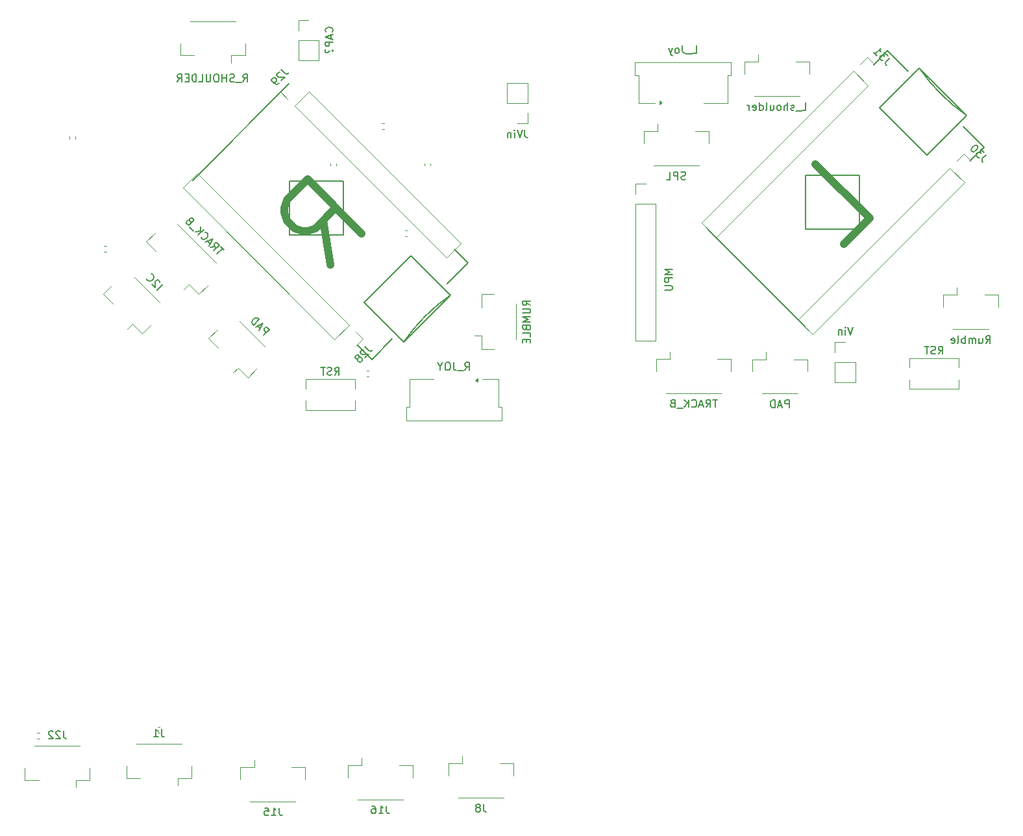
<source format=gbr>
%TF.GenerationSoftware,KiCad,Pcbnew,9.0.4*%
%TF.CreationDate,2026-01-28T15:51:58-05:00*%
%TF.ProjectId,contProto,636f6e74-5072-46f7-946f-2e6b69636164,rev?*%
%TF.SameCoordinates,Original*%
%TF.FileFunction,Legend,Bot*%
%TF.FilePolarity,Positive*%
%FSLAX46Y46*%
G04 Gerber Fmt 4.6, Leading zero omitted, Abs format (unit mm)*
G04 Created by KiCad (PCBNEW 9.0.4) date 2026-01-28 15:51:58*
%MOMM*%
%LPD*%
G01*
G04 APERTURE LIST*
%ADD10C,1.000000*%
%ADD11C,0.150000*%
%ADD12C,0.120000*%
%ADD13C,0.203200*%
G04 APERTURE END LIST*
D10*
X130095472Y-53613830D02*
X133462647Y-50246655D01*
X133462647Y-50246655D02*
X126391579Y-43175587D01*
X63158467Y-56287265D02*
X62148314Y-50563067D01*
X67199077Y-52246655D02*
X60128009Y-45175587D01*
X60128009Y-45175587D02*
X57434269Y-47869327D01*
X57434269Y-47869327D02*
X57097552Y-48879480D01*
X57097552Y-48879480D02*
X57097552Y-49552915D01*
X57097552Y-49552915D02*
X57434269Y-50563067D01*
X57434269Y-50563067D02*
X58444422Y-51573220D01*
X58444422Y-51573220D02*
X59454574Y-51909937D01*
X59454574Y-51909937D02*
X60128009Y-51909937D01*
X60128009Y-51909937D02*
X61138162Y-51573220D01*
X61138162Y-51573220D02*
X63831902Y-48879480D01*
D11*
X131298808Y-64434819D02*
X130965475Y-65434819D01*
X130965475Y-65434819D02*
X130632142Y-64434819D01*
X130298808Y-65434819D02*
X130298808Y-64768152D01*
X130298808Y-64434819D02*
X130346427Y-64482438D01*
X130346427Y-64482438D02*
X130298808Y-64530057D01*
X130298808Y-64530057D02*
X130251189Y-64482438D01*
X130251189Y-64482438D02*
X130298808Y-64434819D01*
X130298808Y-64434819D02*
X130298808Y-64530057D01*
X129822618Y-64768152D02*
X129822618Y-65434819D01*
X129822618Y-64863390D02*
X129774999Y-64815771D01*
X129774999Y-64815771D02*
X129679761Y-64768152D01*
X129679761Y-64768152D02*
X129536904Y-64768152D01*
X129536904Y-64768152D02*
X129441666Y-64815771D01*
X129441666Y-64815771D02*
X129394047Y-64911009D01*
X129394047Y-64911009D02*
X129394047Y-65434819D01*
X136081067Y-29313771D02*
X135575991Y-29818847D01*
X135575991Y-29818847D02*
X135508647Y-29953534D01*
X135508647Y-29953534D02*
X135508647Y-30088221D01*
X135508647Y-30088221D02*
X135575991Y-30222908D01*
X135575991Y-30222908D02*
X135643334Y-30290252D01*
X135811693Y-29044397D02*
X135373960Y-28606664D01*
X135373960Y-28606664D02*
X135340288Y-29111740D01*
X135340288Y-29111740D02*
X135239273Y-29010725D01*
X135239273Y-29010725D02*
X135138258Y-28977053D01*
X135138258Y-28977053D02*
X135070914Y-28977053D01*
X135070914Y-28977053D02*
X134969899Y-29010725D01*
X134969899Y-29010725D02*
X134801540Y-29179084D01*
X134801540Y-29179084D02*
X134767869Y-29280099D01*
X134767869Y-29280099D02*
X134767869Y-29347442D01*
X134767869Y-29347442D02*
X134801540Y-29448458D01*
X134801540Y-29448458D02*
X135003571Y-29650488D01*
X135003571Y-29650488D02*
X135104586Y-29684160D01*
X135104586Y-29684160D02*
X135171930Y-29684160D01*
X133993418Y-28640336D02*
X134397479Y-29044397D01*
X134195449Y-28842366D02*
X134902556Y-28135259D01*
X134902556Y-28135259D02*
X134868884Y-28303618D01*
X134868884Y-28303618D02*
X134868884Y-28438305D01*
X134868884Y-28438305D02*
X134902556Y-28539320D01*
X148673169Y-41971669D02*
X148168093Y-42476745D01*
X148168093Y-42476745D02*
X148100749Y-42611432D01*
X148100749Y-42611432D02*
X148100749Y-42746119D01*
X148100749Y-42746119D02*
X148168093Y-42880806D01*
X148168093Y-42880806D02*
X148235436Y-42948150D01*
X148403795Y-41702295D02*
X147966062Y-41264562D01*
X147966062Y-41264562D02*
X147932390Y-41769638D01*
X147932390Y-41769638D02*
X147831375Y-41668623D01*
X147831375Y-41668623D02*
X147730360Y-41634951D01*
X147730360Y-41634951D02*
X147663016Y-41634951D01*
X147663016Y-41634951D02*
X147562001Y-41668623D01*
X147562001Y-41668623D02*
X147393642Y-41836982D01*
X147393642Y-41836982D02*
X147359971Y-41937997D01*
X147359971Y-41937997D02*
X147359971Y-42005340D01*
X147359971Y-42005340D02*
X147393642Y-42106356D01*
X147393642Y-42106356D02*
X147595673Y-42308386D01*
X147595673Y-42308386D02*
X147696688Y-42342058D01*
X147696688Y-42342058D02*
X147764032Y-42342058D01*
X147528329Y-40826829D02*
X147460986Y-40759486D01*
X147460986Y-40759486D02*
X147359971Y-40725814D01*
X147359971Y-40725814D02*
X147292627Y-40725814D01*
X147292627Y-40725814D02*
X147191612Y-40759486D01*
X147191612Y-40759486D02*
X147023253Y-40860501D01*
X147023253Y-40860501D02*
X146854894Y-41028860D01*
X146854894Y-41028860D02*
X146753879Y-41197218D01*
X146753879Y-41197218D02*
X146720207Y-41298234D01*
X146720207Y-41298234D02*
X146720207Y-41365577D01*
X146720207Y-41365577D02*
X146753879Y-41466592D01*
X146753879Y-41466592D02*
X146821223Y-41533936D01*
X146821223Y-41533936D02*
X146922238Y-41567608D01*
X146922238Y-41567608D02*
X146989581Y-41567608D01*
X146989581Y-41567608D02*
X147090597Y-41533936D01*
X147090597Y-41533936D02*
X147258955Y-41432921D01*
X147258955Y-41432921D02*
X147427314Y-41264562D01*
X147427314Y-41264562D02*
X147528329Y-41096203D01*
X147528329Y-41096203D02*
X147562001Y-40995188D01*
X147562001Y-40995188D02*
X147562001Y-40927844D01*
X147562001Y-40927844D02*
X147528329Y-40826829D01*
X113595237Y-73904819D02*
X113023809Y-73904819D01*
X113309523Y-74904819D02*
X113309523Y-73904819D01*
X112119047Y-74904819D02*
X112452380Y-74428628D01*
X112690475Y-74904819D02*
X112690475Y-73904819D01*
X112690475Y-73904819D02*
X112309523Y-73904819D01*
X112309523Y-73904819D02*
X112214285Y-73952438D01*
X112214285Y-73952438D02*
X112166666Y-74000057D01*
X112166666Y-74000057D02*
X112119047Y-74095295D01*
X112119047Y-74095295D02*
X112119047Y-74238152D01*
X112119047Y-74238152D02*
X112166666Y-74333390D01*
X112166666Y-74333390D02*
X112214285Y-74381009D01*
X112214285Y-74381009D02*
X112309523Y-74428628D01*
X112309523Y-74428628D02*
X112690475Y-74428628D01*
X111738094Y-74619104D02*
X111261904Y-74619104D01*
X111833332Y-74904819D02*
X111499999Y-73904819D01*
X111499999Y-73904819D02*
X111166666Y-74904819D01*
X110261904Y-74809580D02*
X110309523Y-74857200D01*
X110309523Y-74857200D02*
X110452380Y-74904819D01*
X110452380Y-74904819D02*
X110547618Y-74904819D01*
X110547618Y-74904819D02*
X110690475Y-74857200D01*
X110690475Y-74857200D02*
X110785713Y-74761961D01*
X110785713Y-74761961D02*
X110833332Y-74666723D01*
X110833332Y-74666723D02*
X110880951Y-74476247D01*
X110880951Y-74476247D02*
X110880951Y-74333390D01*
X110880951Y-74333390D02*
X110833332Y-74142914D01*
X110833332Y-74142914D02*
X110785713Y-74047676D01*
X110785713Y-74047676D02*
X110690475Y-73952438D01*
X110690475Y-73952438D02*
X110547618Y-73904819D01*
X110547618Y-73904819D02*
X110452380Y-73904819D01*
X110452380Y-73904819D02*
X110309523Y-73952438D01*
X110309523Y-73952438D02*
X110261904Y-74000057D01*
X109833332Y-74904819D02*
X109833332Y-73904819D01*
X109261904Y-74904819D02*
X109690475Y-74333390D01*
X109261904Y-73904819D02*
X109833332Y-74476247D01*
X109071428Y-75000057D02*
X108309523Y-75000057D01*
X107738094Y-74381009D02*
X107595237Y-74428628D01*
X107595237Y-74428628D02*
X107547618Y-74476247D01*
X107547618Y-74476247D02*
X107499999Y-74571485D01*
X107499999Y-74571485D02*
X107499999Y-74714342D01*
X107499999Y-74714342D02*
X107547618Y-74809580D01*
X107547618Y-74809580D02*
X107595237Y-74857200D01*
X107595237Y-74857200D02*
X107690475Y-74904819D01*
X107690475Y-74904819D02*
X108071427Y-74904819D01*
X108071427Y-74904819D02*
X108071427Y-73904819D01*
X108071427Y-73904819D02*
X107738094Y-73904819D01*
X107738094Y-73904819D02*
X107642856Y-73952438D01*
X107642856Y-73952438D02*
X107595237Y-74000057D01*
X107595237Y-74000057D02*
X107547618Y-74095295D01*
X107547618Y-74095295D02*
X107547618Y-74190533D01*
X107547618Y-74190533D02*
X107595237Y-74285771D01*
X107595237Y-74285771D02*
X107642856Y-74333390D01*
X107642856Y-74333390D02*
X107738094Y-74381009D01*
X107738094Y-74381009D02*
X108071427Y-74381009D01*
X148602381Y-66554819D02*
X148935714Y-66078628D01*
X149173809Y-66554819D02*
X149173809Y-65554819D01*
X149173809Y-65554819D02*
X148792857Y-65554819D01*
X148792857Y-65554819D02*
X148697619Y-65602438D01*
X148697619Y-65602438D02*
X148650000Y-65650057D01*
X148650000Y-65650057D02*
X148602381Y-65745295D01*
X148602381Y-65745295D02*
X148602381Y-65888152D01*
X148602381Y-65888152D02*
X148650000Y-65983390D01*
X148650000Y-65983390D02*
X148697619Y-66031009D01*
X148697619Y-66031009D02*
X148792857Y-66078628D01*
X148792857Y-66078628D02*
X149173809Y-66078628D01*
X147745238Y-65888152D02*
X147745238Y-66554819D01*
X148173809Y-65888152D02*
X148173809Y-66411961D01*
X148173809Y-66411961D02*
X148126190Y-66507200D01*
X148126190Y-66507200D02*
X148030952Y-66554819D01*
X148030952Y-66554819D02*
X147888095Y-66554819D01*
X147888095Y-66554819D02*
X147792857Y-66507200D01*
X147792857Y-66507200D02*
X147745238Y-66459580D01*
X147269047Y-66554819D02*
X147269047Y-65888152D01*
X147269047Y-65983390D02*
X147221428Y-65935771D01*
X147221428Y-65935771D02*
X147126190Y-65888152D01*
X147126190Y-65888152D02*
X146983333Y-65888152D01*
X146983333Y-65888152D02*
X146888095Y-65935771D01*
X146888095Y-65935771D02*
X146840476Y-66031009D01*
X146840476Y-66031009D02*
X146840476Y-66554819D01*
X146840476Y-66031009D02*
X146792857Y-65935771D01*
X146792857Y-65935771D02*
X146697619Y-65888152D01*
X146697619Y-65888152D02*
X146554762Y-65888152D01*
X146554762Y-65888152D02*
X146459523Y-65935771D01*
X146459523Y-65935771D02*
X146411904Y-66031009D01*
X146411904Y-66031009D02*
X146411904Y-66554819D01*
X145935714Y-66554819D02*
X145935714Y-65554819D01*
X145935714Y-65935771D02*
X145840476Y-65888152D01*
X145840476Y-65888152D02*
X145650000Y-65888152D01*
X145650000Y-65888152D02*
X145554762Y-65935771D01*
X145554762Y-65935771D02*
X145507143Y-65983390D01*
X145507143Y-65983390D02*
X145459524Y-66078628D01*
X145459524Y-66078628D02*
X145459524Y-66364342D01*
X145459524Y-66364342D02*
X145507143Y-66459580D01*
X145507143Y-66459580D02*
X145554762Y-66507200D01*
X145554762Y-66507200D02*
X145650000Y-66554819D01*
X145650000Y-66554819D02*
X145840476Y-66554819D01*
X145840476Y-66554819D02*
X145935714Y-66507200D01*
X144888095Y-66554819D02*
X144983333Y-66507200D01*
X144983333Y-66507200D02*
X145030952Y-66411961D01*
X145030952Y-66411961D02*
X145030952Y-65554819D01*
X144126190Y-66507200D02*
X144221428Y-66554819D01*
X144221428Y-66554819D02*
X144411904Y-66554819D01*
X144411904Y-66554819D02*
X144507142Y-66507200D01*
X144507142Y-66507200D02*
X144554761Y-66411961D01*
X144554761Y-66411961D02*
X144554761Y-66031009D01*
X144554761Y-66031009D02*
X144507142Y-65935771D01*
X144507142Y-65935771D02*
X144411904Y-65888152D01*
X144411904Y-65888152D02*
X144221428Y-65888152D01*
X144221428Y-65888152D02*
X144126190Y-65935771D01*
X144126190Y-65935771D02*
X144078571Y-66031009D01*
X144078571Y-66031009D02*
X144078571Y-66126247D01*
X144078571Y-66126247D02*
X144554761Y-66221485D01*
X110407144Y-28704819D02*
X110883334Y-28704819D01*
X110883334Y-28704819D02*
X110883334Y-27704819D01*
X110311906Y-28800057D02*
X109550001Y-28800057D01*
X109026191Y-27704819D02*
X109026191Y-28419104D01*
X109026191Y-28419104D02*
X109073810Y-28561961D01*
X109073810Y-28561961D02*
X109169048Y-28657200D01*
X109169048Y-28657200D02*
X109311905Y-28704819D01*
X109311905Y-28704819D02*
X109407143Y-28704819D01*
X108407143Y-28704819D02*
X108502381Y-28657200D01*
X108502381Y-28657200D02*
X108550000Y-28609580D01*
X108550000Y-28609580D02*
X108597619Y-28514342D01*
X108597619Y-28514342D02*
X108597619Y-28228628D01*
X108597619Y-28228628D02*
X108550000Y-28133390D01*
X108550000Y-28133390D02*
X108502381Y-28085771D01*
X108502381Y-28085771D02*
X108407143Y-28038152D01*
X108407143Y-28038152D02*
X108264286Y-28038152D01*
X108264286Y-28038152D02*
X108169048Y-28085771D01*
X108169048Y-28085771D02*
X108121429Y-28133390D01*
X108121429Y-28133390D02*
X108073810Y-28228628D01*
X108073810Y-28228628D02*
X108073810Y-28514342D01*
X108073810Y-28514342D02*
X108121429Y-28609580D01*
X108121429Y-28609580D02*
X108169048Y-28657200D01*
X108169048Y-28657200D02*
X108264286Y-28704819D01*
X108264286Y-28704819D02*
X108407143Y-28704819D01*
X107740476Y-28038152D02*
X107502381Y-28704819D01*
X107264286Y-28038152D02*
X107502381Y-28704819D01*
X107502381Y-28704819D02*
X107597619Y-28942914D01*
X107597619Y-28942914D02*
X107645238Y-28990533D01*
X107645238Y-28990533D02*
X107740476Y-29038152D01*
X124660715Y-36154819D02*
X125136905Y-36154819D01*
X125136905Y-36154819D02*
X125136905Y-35154819D01*
X124565477Y-36250057D02*
X123803572Y-36250057D01*
X123613095Y-36107200D02*
X123517857Y-36154819D01*
X123517857Y-36154819D02*
X123327381Y-36154819D01*
X123327381Y-36154819D02*
X123232143Y-36107200D01*
X123232143Y-36107200D02*
X123184524Y-36011961D01*
X123184524Y-36011961D02*
X123184524Y-35964342D01*
X123184524Y-35964342D02*
X123232143Y-35869104D01*
X123232143Y-35869104D02*
X123327381Y-35821485D01*
X123327381Y-35821485D02*
X123470238Y-35821485D01*
X123470238Y-35821485D02*
X123565476Y-35773866D01*
X123565476Y-35773866D02*
X123613095Y-35678628D01*
X123613095Y-35678628D02*
X123613095Y-35631009D01*
X123613095Y-35631009D02*
X123565476Y-35535771D01*
X123565476Y-35535771D02*
X123470238Y-35488152D01*
X123470238Y-35488152D02*
X123327381Y-35488152D01*
X123327381Y-35488152D02*
X123232143Y-35535771D01*
X122755952Y-36154819D02*
X122755952Y-35154819D01*
X122327381Y-36154819D02*
X122327381Y-35631009D01*
X122327381Y-35631009D02*
X122375000Y-35535771D01*
X122375000Y-35535771D02*
X122470238Y-35488152D01*
X122470238Y-35488152D02*
X122613095Y-35488152D01*
X122613095Y-35488152D02*
X122708333Y-35535771D01*
X122708333Y-35535771D02*
X122755952Y-35583390D01*
X121708333Y-36154819D02*
X121803571Y-36107200D01*
X121803571Y-36107200D02*
X121851190Y-36059580D01*
X121851190Y-36059580D02*
X121898809Y-35964342D01*
X121898809Y-35964342D02*
X121898809Y-35678628D01*
X121898809Y-35678628D02*
X121851190Y-35583390D01*
X121851190Y-35583390D02*
X121803571Y-35535771D01*
X121803571Y-35535771D02*
X121708333Y-35488152D01*
X121708333Y-35488152D02*
X121565476Y-35488152D01*
X121565476Y-35488152D02*
X121470238Y-35535771D01*
X121470238Y-35535771D02*
X121422619Y-35583390D01*
X121422619Y-35583390D02*
X121375000Y-35678628D01*
X121375000Y-35678628D02*
X121375000Y-35964342D01*
X121375000Y-35964342D02*
X121422619Y-36059580D01*
X121422619Y-36059580D02*
X121470238Y-36107200D01*
X121470238Y-36107200D02*
X121565476Y-36154819D01*
X121565476Y-36154819D02*
X121708333Y-36154819D01*
X120517857Y-35488152D02*
X120517857Y-36154819D01*
X120946428Y-35488152D02*
X120946428Y-36011961D01*
X120946428Y-36011961D02*
X120898809Y-36107200D01*
X120898809Y-36107200D02*
X120803571Y-36154819D01*
X120803571Y-36154819D02*
X120660714Y-36154819D01*
X120660714Y-36154819D02*
X120565476Y-36107200D01*
X120565476Y-36107200D02*
X120517857Y-36059580D01*
X119898809Y-36154819D02*
X119994047Y-36107200D01*
X119994047Y-36107200D02*
X120041666Y-36011961D01*
X120041666Y-36011961D02*
X120041666Y-35154819D01*
X119089285Y-36154819D02*
X119089285Y-35154819D01*
X119089285Y-36107200D02*
X119184523Y-36154819D01*
X119184523Y-36154819D02*
X119374999Y-36154819D01*
X119374999Y-36154819D02*
X119470237Y-36107200D01*
X119470237Y-36107200D02*
X119517856Y-36059580D01*
X119517856Y-36059580D02*
X119565475Y-35964342D01*
X119565475Y-35964342D02*
X119565475Y-35678628D01*
X119565475Y-35678628D02*
X119517856Y-35583390D01*
X119517856Y-35583390D02*
X119470237Y-35535771D01*
X119470237Y-35535771D02*
X119374999Y-35488152D01*
X119374999Y-35488152D02*
X119184523Y-35488152D01*
X119184523Y-35488152D02*
X119089285Y-35535771D01*
X118232142Y-36107200D02*
X118327380Y-36154819D01*
X118327380Y-36154819D02*
X118517856Y-36154819D01*
X118517856Y-36154819D02*
X118613094Y-36107200D01*
X118613094Y-36107200D02*
X118660713Y-36011961D01*
X118660713Y-36011961D02*
X118660713Y-35631009D01*
X118660713Y-35631009D02*
X118613094Y-35535771D01*
X118613094Y-35535771D02*
X118517856Y-35488152D01*
X118517856Y-35488152D02*
X118327380Y-35488152D01*
X118327380Y-35488152D02*
X118232142Y-35535771D01*
X118232142Y-35535771D02*
X118184523Y-35631009D01*
X118184523Y-35631009D02*
X118184523Y-35726247D01*
X118184523Y-35726247D02*
X118660713Y-35821485D01*
X117755951Y-36154819D02*
X117755951Y-35488152D01*
X117755951Y-35678628D02*
X117708332Y-35583390D01*
X117708332Y-35583390D02*
X117660713Y-35535771D01*
X117660713Y-35535771D02*
X117565475Y-35488152D01*
X117565475Y-35488152D02*
X117470237Y-35488152D01*
X107718389Y-56892857D02*
X106718389Y-56892857D01*
X106718389Y-56892857D02*
X107432674Y-57226190D01*
X107432674Y-57226190D02*
X106718389Y-57559523D01*
X106718389Y-57559523D02*
X107718389Y-57559523D01*
X107718389Y-58035714D02*
X106718389Y-58035714D01*
X106718389Y-58035714D02*
X106718389Y-58416666D01*
X106718389Y-58416666D02*
X106766008Y-58511904D01*
X106766008Y-58511904D02*
X106813627Y-58559523D01*
X106813627Y-58559523D02*
X106908865Y-58607142D01*
X106908865Y-58607142D02*
X107051722Y-58607142D01*
X107051722Y-58607142D02*
X107146960Y-58559523D01*
X107146960Y-58559523D02*
X107194579Y-58511904D01*
X107194579Y-58511904D02*
X107242198Y-58416666D01*
X107242198Y-58416666D02*
X107242198Y-58035714D01*
X106718389Y-59035714D02*
X107527912Y-59035714D01*
X107527912Y-59035714D02*
X107623150Y-59083333D01*
X107623150Y-59083333D02*
X107670770Y-59130952D01*
X107670770Y-59130952D02*
X107718389Y-59226190D01*
X107718389Y-59226190D02*
X107718389Y-59416666D01*
X107718389Y-59416666D02*
X107670770Y-59511904D01*
X107670770Y-59511904D02*
X107623150Y-59559523D01*
X107623150Y-59559523D02*
X107527912Y-59607142D01*
X107527912Y-59607142D02*
X106718389Y-59607142D01*
X109440475Y-45157200D02*
X109297618Y-45204819D01*
X109297618Y-45204819D02*
X109059523Y-45204819D01*
X109059523Y-45204819D02*
X108964285Y-45157200D01*
X108964285Y-45157200D02*
X108916666Y-45109580D01*
X108916666Y-45109580D02*
X108869047Y-45014342D01*
X108869047Y-45014342D02*
X108869047Y-44919104D01*
X108869047Y-44919104D02*
X108916666Y-44823866D01*
X108916666Y-44823866D02*
X108964285Y-44776247D01*
X108964285Y-44776247D02*
X109059523Y-44728628D01*
X109059523Y-44728628D02*
X109249999Y-44681009D01*
X109249999Y-44681009D02*
X109345237Y-44633390D01*
X109345237Y-44633390D02*
X109392856Y-44585771D01*
X109392856Y-44585771D02*
X109440475Y-44490533D01*
X109440475Y-44490533D02*
X109440475Y-44395295D01*
X109440475Y-44395295D02*
X109392856Y-44300057D01*
X109392856Y-44300057D02*
X109345237Y-44252438D01*
X109345237Y-44252438D02*
X109249999Y-44204819D01*
X109249999Y-44204819D02*
X109011904Y-44204819D01*
X109011904Y-44204819D02*
X108869047Y-44252438D01*
X108440475Y-45204819D02*
X108440475Y-44204819D01*
X108440475Y-44204819D02*
X108059523Y-44204819D01*
X108059523Y-44204819D02*
X107964285Y-44252438D01*
X107964285Y-44252438D02*
X107916666Y-44300057D01*
X107916666Y-44300057D02*
X107869047Y-44395295D01*
X107869047Y-44395295D02*
X107869047Y-44538152D01*
X107869047Y-44538152D02*
X107916666Y-44633390D01*
X107916666Y-44633390D02*
X107964285Y-44681009D01*
X107964285Y-44681009D02*
X108059523Y-44728628D01*
X108059523Y-44728628D02*
X108440475Y-44728628D01*
X106964285Y-45204819D02*
X107440475Y-45204819D01*
X107440475Y-45204819D02*
X107440475Y-44204819D01*
X142422619Y-67954819D02*
X142755952Y-67478628D01*
X142994047Y-67954819D02*
X142994047Y-66954819D01*
X142994047Y-66954819D02*
X142613095Y-66954819D01*
X142613095Y-66954819D02*
X142517857Y-67002438D01*
X142517857Y-67002438D02*
X142470238Y-67050057D01*
X142470238Y-67050057D02*
X142422619Y-67145295D01*
X142422619Y-67145295D02*
X142422619Y-67288152D01*
X142422619Y-67288152D02*
X142470238Y-67383390D01*
X142470238Y-67383390D02*
X142517857Y-67431009D01*
X142517857Y-67431009D02*
X142613095Y-67478628D01*
X142613095Y-67478628D02*
X142994047Y-67478628D01*
X142041666Y-67907200D02*
X141898809Y-67954819D01*
X141898809Y-67954819D02*
X141660714Y-67954819D01*
X141660714Y-67954819D02*
X141565476Y-67907200D01*
X141565476Y-67907200D02*
X141517857Y-67859580D01*
X141517857Y-67859580D02*
X141470238Y-67764342D01*
X141470238Y-67764342D02*
X141470238Y-67669104D01*
X141470238Y-67669104D02*
X141517857Y-67573866D01*
X141517857Y-67573866D02*
X141565476Y-67526247D01*
X141565476Y-67526247D02*
X141660714Y-67478628D01*
X141660714Y-67478628D02*
X141851190Y-67431009D01*
X141851190Y-67431009D02*
X141946428Y-67383390D01*
X141946428Y-67383390D02*
X141994047Y-67335771D01*
X141994047Y-67335771D02*
X142041666Y-67240533D01*
X142041666Y-67240533D02*
X142041666Y-67145295D01*
X142041666Y-67145295D02*
X141994047Y-67050057D01*
X141994047Y-67050057D02*
X141946428Y-67002438D01*
X141946428Y-67002438D02*
X141851190Y-66954819D01*
X141851190Y-66954819D02*
X141613095Y-66954819D01*
X141613095Y-66954819D02*
X141470238Y-67002438D01*
X141184523Y-66954819D02*
X140613095Y-66954819D01*
X140898809Y-67954819D02*
X140898809Y-66954819D01*
X122940475Y-74954819D02*
X122940475Y-73954819D01*
X122940475Y-73954819D02*
X122559523Y-73954819D01*
X122559523Y-73954819D02*
X122464285Y-74002438D01*
X122464285Y-74002438D02*
X122416666Y-74050057D01*
X122416666Y-74050057D02*
X122369047Y-74145295D01*
X122369047Y-74145295D02*
X122369047Y-74288152D01*
X122369047Y-74288152D02*
X122416666Y-74383390D01*
X122416666Y-74383390D02*
X122464285Y-74431009D01*
X122464285Y-74431009D02*
X122559523Y-74478628D01*
X122559523Y-74478628D02*
X122940475Y-74478628D01*
X121988094Y-74669104D02*
X121511904Y-74669104D01*
X122083332Y-74954819D02*
X121749999Y-73954819D01*
X121749999Y-73954819D02*
X121416666Y-74954819D01*
X121083332Y-74954819D02*
X121083332Y-73954819D01*
X121083332Y-73954819D02*
X120845237Y-73954819D01*
X120845237Y-73954819D02*
X120702380Y-74002438D01*
X120702380Y-74002438D02*
X120607142Y-74097676D01*
X120607142Y-74097676D02*
X120559523Y-74192914D01*
X120559523Y-74192914D02*
X120511904Y-74383390D01*
X120511904Y-74383390D02*
X120511904Y-74526247D01*
X120511904Y-74526247D02*
X120559523Y-74716723D01*
X120559523Y-74716723D02*
X120607142Y-74811961D01*
X120607142Y-74811961D02*
X120702380Y-74907200D01*
X120702380Y-74907200D02*
X120845237Y-74954819D01*
X120845237Y-74954819D02*
X121083332Y-74954819D01*
X56434523Y-127154819D02*
X56434523Y-127869104D01*
X56434523Y-127869104D02*
X56482142Y-128011961D01*
X56482142Y-128011961D02*
X56577380Y-128107200D01*
X56577380Y-128107200D02*
X56720237Y-128154819D01*
X56720237Y-128154819D02*
X56815475Y-128154819D01*
X55434523Y-128154819D02*
X56005951Y-128154819D01*
X55720237Y-128154819D02*
X55720237Y-127154819D01*
X55720237Y-127154819D02*
X55815475Y-127297676D01*
X55815475Y-127297676D02*
X55910713Y-127392914D01*
X55910713Y-127392914D02*
X56005951Y-127440533D01*
X54529761Y-127154819D02*
X55005951Y-127154819D01*
X55005951Y-127154819D02*
X55053570Y-127631009D01*
X55053570Y-127631009D02*
X55005951Y-127583390D01*
X55005951Y-127583390D02*
X54910713Y-127535771D01*
X54910713Y-127535771D02*
X54672618Y-127535771D01*
X54672618Y-127535771D02*
X54577380Y-127583390D01*
X54577380Y-127583390D02*
X54529761Y-127631009D01*
X54529761Y-127631009D02*
X54482142Y-127726247D01*
X54482142Y-127726247D02*
X54482142Y-127964342D01*
X54482142Y-127964342D02*
X54529761Y-128059580D01*
X54529761Y-128059580D02*
X54577380Y-128107200D01*
X54577380Y-128107200D02*
X54672618Y-128154819D01*
X54672618Y-128154819D02*
X54910713Y-128154819D01*
X54910713Y-128154819D02*
X55005951Y-128107200D01*
X55005951Y-128107200D02*
X55053570Y-128059580D01*
X89204819Y-61607142D02*
X88728628Y-61273809D01*
X89204819Y-61035714D02*
X88204819Y-61035714D01*
X88204819Y-61035714D02*
X88204819Y-61416666D01*
X88204819Y-61416666D02*
X88252438Y-61511904D01*
X88252438Y-61511904D02*
X88300057Y-61559523D01*
X88300057Y-61559523D02*
X88395295Y-61607142D01*
X88395295Y-61607142D02*
X88538152Y-61607142D01*
X88538152Y-61607142D02*
X88633390Y-61559523D01*
X88633390Y-61559523D02*
X88681009Y-61511904D01*
X88681009Y-61511904D02*
X88728628Y-61416666D01*
X88728628Y-61416666D02*
X88728628Y-61035714D01*
X88204819Y-62035714D02*
X89014342Y-62035714D01*
X89014342Y-62035714D02*
X89109580Y-62083333D01*
X89109580Y-62083333D02*
X89157200Y-62130952D01*
X89157200Y-62130952D02*
X89204819Y-62226190D01*
X89204819Y-62226190D02*
X89204819Y-62416666D01*
X89204819Y-62416666D02*
X89157200Y-62511904D01*
X89157200Y-62511904D02*
X89109580Y-62559523D01*
X89109580Y-62559523D02*
X89014342Y-62607142D01*
X89014342Y-62607142D02*
X88204819Y-62607142D01*
X89204819Y-63083333D02*
X88204819Y-63083333D01*
X88204819Y-63083333D02*
X88919104Y-63416666D01*
X88919104Y-63416666D02*
X88204819Y-63749999D01*
X88204819Y-63749999D02*
X89204819Y-63749999D01*
X88681009Y-64559523D02*
X88728628Y-64702380D01*
X88728628Y-64702380D02*
X88776247Y-64749999D01*
X88776247Y-64749999D02*
X88871485Y-64797618D01*
X88871485Y-64797618D02*
X89014342Y-64797618D01*
X89014342Y-64797618D02*
X89109580Y-64749999D01*
X89109580Y-64749999D02*
X89157200Y-64702380D01*
X89157200Y-64702380D02*
X89204819Y-64607142D01*
X89204819Y-64607142D02*
X89204819Y-64226190D01*
X89204819Y-64226190D02*
X88204819Y-64226190D01*
X88204819Y-64226190D02*
X88204819Y-64559523D01*
X88204819Y-64559523D02*
X88252438Y-64654761D01*
X88252438Y-64654761D02*
X88300057Y-64702380D01*
X88300057Y-64702380D02*
X88395295Y-64749999D01*
X88395295Y-64749999D02*
X88490533Y-64749999D01*
X88490533Y-64749999D02*
X88585771Y-64702380D01*
X88585771Y-64702380D02*
X88633390Y-64654761D01*
X88633390Y-64654761D02*
X88681009Y-64559523D01*
X88681009Y-64559523D02*
X88681009Y-64226190D01*
X89204819Y-65702380D02*
X89204819Y-65226190D01*
X89204819Y-65226190D02*
X88204819Y-65226190D01*
X88681009Y-66035714D02*
X88681009Y-66369047D01*
X89204819Y-66511904D02*
X89204819Y-66035714D01*
X89204819Y-66035714D02*
X88204819Y-66035714D01*
X88204819Y-66035714D02*
X88204819Y-66511904D01*
X88476190Y-38724819D02*
X88476190Y-39439104D01*
X88476190Y-39439104D02*
X88523809Y-39581961D01*
X88523809Y-39581961D02*
X88619047Y-39677200D01*
X88619047Y-39677200D02*
X88761904Y-39724819D01*
X88761904Y-39724819D02*
X88857142Y-39724819D01*
X88142856Y-38724819D02*
X87809523Y-39724819D01*
X87809523Y-39724819D02*
X87476190Y-38724819D01*
X87142856Y-39724819D02*
X87142856Y-39058152D01*
X87142856Y-38724819D02*
X87190475Y-38772438D01*
X87190475Y-38772438D02*
X87142856Y-38820057D01*
X87142856Y-38820057D02*
X87095237Y-38772438D01*
X87095237Y-38772438D02*
X87142856Y-38724819D01*
X87142856Y-38724819D02*
X87142856Y-38820057D01*
X86666666Y-39058152D02*
X86666666Y-39724819D01*
X86666666Y-39153390D02*
X86619047Y-39105771D01*
X86619047Y-39105771D02*
X86523809Y-39058152D01*
X86523809Y-39058152D02*
X86380952Y-39058152D01*
X86380952Y-39058152D02*
X86285714Y-39105771D01*
X86285714Y-39105771D02*
X86238095Y-39201009D01*
X86238095Y-39201009D02*
X86238095Y-39724819D01*
X63359580Y-25952380D02*
X63407200Y-25904761D01*
X63407200Y-25904761D02*
X63454819Y-25761904D01*
X63454819Y-25761904D02*
X63454819Y-25666666D01*
X63454819Y-25666666D02*
X63407200Y-25523809D01*
X63407200Y-25523809D02*
X63311961Y-25428571D01*
X63311961Y-25428571D02*
X63216723Y-25380952D01*
X63216723Y-25380952D02*
X63026247Y-25333333D01*
X63026247Y-25333333D02*
X62883390Y-25333333D01*
X62883390Y-25333333D02*
X62692914Y-25380952D01*
X62692914Y-25380952D02*
X62597676Y-25428571D01*
X62597676Y-25428571D02*
X62502438Y-25523809D01*
X62502438Y-25523809D02*
X62454819Y-25666666D01*
X62454819Y-25666666D02*
X62454819Y-25761904D01*
X62454819Y-25761904D02*
X62502438Y-25904761D01*
X62502438Y-25904761D02*
X62550057Y-25952380D01*
X63169104Y-26333333D02*
X63169104Y-26809523D01*
X63454819Y-26238095D02*
X62454819Y-26571428D01*
X62454819Y-26571428D02*
X63454819Y-26904761D01*
X63454819Y-27238095D02*
X62454819Y-27238095D01*
X62454819Y-27238095D02*
X62454819Y-27619047D01*
X62454819Y-27619047D02*
X62502438Y-27714285D01*
X62502438Y-27714285D02*
X62550057Y-27761904D01*
X62550057Y-27761904D02*
X62645295Y-27809523D01*
X62645295Y-27809523D02*
X62788152Y-27809523D01*
X62788152Y-27809523D02*
X62883390Y-27761904D01*
X62883390Y-27761904D02*
X62931009Y-27714285D01*
X62931009Y-27714285D02*
X62978628Y-27619047D01*
X62978628Y-27619047D02*
X62978628Y-27238095D01*
X63359580Y-28380952D02*
X63407200Y-28428571D01*
X63407200Y-28428571D02*
X63454819Y-28380952D01*
X63454819Y-28380952D02*
X63407200Y-28333333D01*
X63407200Y-28333333D02*
X63359580Y-28380952D01*
X63359580Y-28380952D02*
X63454819Y-28380952D01*
X62502438Y-28190476D02*
X62454819Y-28285714D01*
X62454819Y-28285714D02*
X62454819Y-28523809D01*
X62454819Y-28523809D02*
X62502438Y-28619047D01*
X62502438Y-28619047D02*
X62597676Y-28666666D01*
X62597676Y-28666666D02*
X62692914Y-28666666D01*
X62692914Y-28666666D02*
X62788152Y-28619047D01*
X62788152Y-28619047D02*
X62835771Y-28571428D01*
X62835771Y-28571428D02*
X62883390Y-28476190D01*
X62883390Y-28476190D02*
X62931009Y-28428571D01*
X62931009Y-28428571D02*
X63026247Y-28380952D01*
X63026247Y-28380952D02*
X63073866Y-28380952D01*
X56728232Y-30833393D02*
X57233308Y-31338469D01*
X57233308Y-31338469D02*
X57367995Y-31405813D01*
X57367995Y-31405813D02*
X57502682Y-31405813D01*
X57502682Y-31405813D02*
X57637369Y-31338469D01*
X57637369Y-31338469D02*
X57704713Y-31271126D01*
X56492529Y-31203782D02*
X56425186Y-31203782D01*
X56425186Y-31203782D02*
X56324171Y-31237454D01*
X56324171Y-31237454D02*
X56155812Y-31405813D01*
X56155812Y-31405813D02*
X56122140Y-31506828D01*
X56122140Y-31506828D02*
X56122140Y-31574172D01*
X56122140Y-31574172D02*
X56155812Y-31675187D01*
X56155812Y-31675187D02*
X56223155Y-31742530D01*
X56223155Y-31742530D02*
X56357842Y-31809874D01*
X56357842Y-31809874D02*
X57165964Y-31809874D01*
X57165964Y-31809874D02*
X56728232Y-32247607D01*
X56391514Y-32584324D02*
X56256827Y-32719011D01*
X56256827Y-32719011D02*
X56155812Y-32752683D01*
X56155812Y-32752683D02*
X56088468Y-32752683D01*
X56088468Y-32752683D02*
X55920110Y-32719011D01*
X55920110Y-32719011D02*
X55751751Y-32617996D01*
X55751751Y-32617996D02*
X55482377Y-32348622D01*
X55482377Y-32348622D02*
X55448705Y-32247607D01*
X55448705Y-32247607D02*
X55448705Y-32180263D01*
X55448705Y-32180263D02*
X55482377Y-32079248D01*
X55482377Y-32079248D02*
X55617064Y-31944561D01*
X55617064Y-31944561D02*
X55718079Y-31910889D01*
X55718079Y-31910889D02*
X55785423Y-31910889D01*
X55785423Y-31910889D02*
X55886438Y-31944561D01*
X55886438Y-31944561D02*
X56054797Y-32112920D01*
X56054797Y-32112920D02*
X56088468Y-32213935D01*
X56088468Y-32213935D02*
X56088468Y-32281278D01*
X56088468Y-32281278D02*
X56054797Y-32382294D01*
X56054797Y-32382294D02*
X55920110Y-32516981D01*
X55920110Y-32516981D02*
X55819094Y-32550652D01*
X55819094Y-32550652D02*
X55751751Y-32550652D01*
X55751751Y-32550652D02*
X55650736Y-32516981D01*
X67645604Y-67000765D02*
X68150680Y-67505841D01*
X68150680Y-67505841D02*
X68285367Y-67573185D01*
X68285367Y-67573185D02*
X68420054Y-67573185D01*
X68420054Y-67573185D02*
X68554741Y-67505841D01*
X68554741Y-67505841D02*
X68622085Y-67438498D01*
X67409901Y-67371154D02*
X67342558Y-67371154D01*
X67342558Y-67371154D02*
X67241543Y-67404826D01*
X67241543Y-67404826D02*
X67073184Y-67573185D01*
X67073184Y-67573185D02*
X67039512Y-67674200D01*
X67039512Y-67674200D02*
X67039512Y-67741544D01*
X67039512Y-67741544D02*
X67073184Y-67842559D01*
X67073184Y-67842559D02*
X67140527Y-67909902D01*
X67140527Y-67909902D02*
X67275214Y-67977246D01*
X67275214Y-67977246D02*
X68083336Y-67977246D01*
X68083336Y-67977246D02*
X67645604Y-68414979D01*
X66837482Y-68414979D02*
X66871153Y-68313963D01*
X66871153Y-68313963D02*
X66871153Y-68246620D01*
X66871153Y-68246620D02*
X66837482Y-68145605D01*
X66837482Y-68145605D02*
X66803810Y-68111933D01*
X66803810Y-68111933D02*
X66702795Y-68078261D01*
X66702795Y-68078261D02*
X66635451Y-68078261D01*
X66635451Y-68078261D02*
X66534436Y-68111933D01*
X66534436Y-68111933D02*
X66399749Y-68246620D01*
X66399749Y-68246620D02*
X66366077Y-68347635D01*
X66366077Y-68347635D02*
X66366077Y-68414979D01*
X66366077Y-68414979D02*
X66399749Y-68515994D01*
X66399749Y-68515994D02*
X66433421Y-68549666D01*
X66433421Y-68549666D02*
X66534436Y-68583337D01*
X66534436Y-68583337D02*
X66601779Y-68583337D01*
X66601779Y-68583337D02*
X66702795Y-68549666D01*
X66702795Y-68549666D02*
X66837482Y-68414979D01*
X66837482Y-68414979D02*
X66938497Y-68381307D01*
X66938497Y-68381307D02*
X67005840Y-68381307D01*
X67005840Y-68381307D02*
X67106856Y-68414979D01*
X67106856Y-68414979D02*
X67241543Y-68549666D01*
X67241543Y-68549666D02*
X67275214Y-68650681D01*
X67275214Y-68650681D02*
X67275214Y-68718024D01*
X67275214Y-68718024D02*
X67241543Y-68819040D01*
X67241543Y-68819040D02*
X67106856Y-68953727D01*
X67106856Y-68953727D02*
X67005840Y-68987398D01*
X67005840Y-68987398D02*
X66938497Y-68987398D01*
X66938497Y-68987398D02*
X66837482Y-68953727D01*
X66837482Y-68953727D02*
X66702795Y-68819040D01*
X66702795Y-68819040D02*
X66669123Y-68718024D01*
X66669123Y-68718024D02*
X66669123Y-68650681D01*
X66669123Y-68650681D02*
X66702795Y-68549666D01*
X40540505Y-59590036D02*
X41247612Y-58882929D01*
X40877223Y-58647227D02*
X40877223Y-58579883D01*
X40877223Y-58579883D02*
X40843551Y-58478868D01*
X40843551Y-58478868D02*
X40675193Y-58310509D01*
X40675193Y-58310509D02*
X40574177Y-58276838D01*
X40574177Y-58276838D02*
X40506834Y-58276838D01*
X40506834Y-58276838D02*
X40405819Y-58310509D01*
X40405819Y-58310509D02*
X40338475Y-58377853D01*
X40338475Y-58377853D02*
X40271132Y-58512540D01*
X40271132Y-58512540D02*
X40271132Y-59320662D01*
X40271132Y-59320662D02*
X39833399Y-58882929D01*
X39193636Y-58108479D02*
X39193636Y-58175822D01*
X39193636Y-58175822D02*
X39260979Y-58310509D01*
X39260979Y-58310509D02*
X39328323Y-58377853D01*
X39328323Y-58377853D02*
X39463010Y-58445196D01*
X39463010Y-58445196D02*
X39597697Y-58445196D01*
X39597697Y-58445196D02*
X39698712Y-58411525D01*
X39698712Y-58411525D02*
X39867071Y-58310509D01*
X39867071Y-58310509D02*
X39968086Y-58209494D01*
X39968086Y-58209494D02*
X40069101Y-58041135D01*
X40069101Y-58041135D02*
X40102773Y-57940120D01*
X40102773Y-57940120D02*
X40102773Y-57805433D01*
X40102773Y-57805433D02*
X40035429Y-57670746D01*
X40035429Y-57670746D02*
X39968086Y-57603402D01*
X39968086Y-57603402D02*
X39833399Y-57536059D01*
X39833399Y-57536059D02*
X39766055Y-57536059D01*
X51726190Y-32454819D02*
X52059523Y-31978628D01*
X52297618Y-32454819D02*
X52297618Y-31454819D01*
X52297618Y-31454819D02*
X51916666Y-31454819D01*
X51916666Y-31454819D02*
X51821428Y-31502438D01*
X51821428Y-31502438D02*
X51773809Y-31550057D01*
X51773809Y-31550057D02*
X51726190Y-31645295D01*
X51726190Y-31645295D02*
X51726190Y-31788152D01*
X51726190Y-31788152D02*
X51773809Y-31883390D01*
X51773809Y-31883390D02*
X51821428Y-31931009D01*
X51821428Y-31931009D02*
X51916666Y-31978628D01*
X51916666Y-31978628D02*
X52297618Y-31978628D01*
X51535714Y-32550057D02*
X50773809Y-32550057D01*
X50583332Y-32407200D02*
X50440475Y-32454819D01*
X50440475Y-32454819D02*
X50202380Y-32454819D01*
X50202380Y-32454819D02*
X50107142Y-32407200D01*
X50107142Y-32407200D02*
X50059523Y-32359580D01*
X50059523Y-32359580D02*
X50011904Y-32264342D01*
X50011904Y-32264342D02*
X50011904Y-32169104D01*
X50011904Y-32169104D02*
X50059523Y-32073866D01*
X50059523Y-32073866D02*
X50107142Y-32026247D01*
X50107142Y-32026247D02*
X50202380Y-31978628D01*
X50202380Y-31978628D02*
X50392856Y-31931009D01*
X50392856Y-31931009D02*
X50488094Y-31883390D01*
X50488094Y-31883390D02*
X50535713Y-31835771D01*
X50535713Y-31835771D02*
X50583332Y-31740533D01*
X50583332Y-31740533D02*
X50583332Y-31645295D01*
X50583332Y-31645295D02*
X50535713Y-31550057D01*
X50535713Y-31550057D02*
X50488094Y-31502438D01*
X50488094Y-31502438D02*
X50392856Y-31454819D01*
X50392856Y-31454819D02*
X50154761Y-31454819D01*
X50154761Y-31454819D02*
X50011904Y-31502438D01*
X49583332Y-32454819D02*
X49583332Y-31454819D01*
X49583332Y-31931009D02*
X49011904Y-31931009D01*
X49011904Y-32454819D02*
X49011904Y-31454819D01*
X48345237Y-31454819D02*
X48154761Y-31454819D01*
X48154761Y-31454819D02*
X48059523Y-31502438D01*
X48059523Y-31502438D02*
X47964285Y-31597676D01*
X47964285Y-31597676D02*
X47916666Y-31788152D01*
X47916666Y-31788152D02*
X47916666Y-32121485D01*
X47916666Y-32121485D02*
X47964285Y-32311961D01*
X47964285Y-32311961D02*
X48059523Y-32407200D01*
X48059523Y-32407200D02*
X48154761Y-32454819D01*
X48154761Y-32454819D02*
X48345237Y-32454819D01*
X48345237Y-32454819D02*
X48440475Y-32407200D01*
X48440475Y-32407200D02*
X48535713Y-32311961D01*
X48535713Y-32311961D02*
X48583332Y-32121485D01*
X48583332Y-32121485D02*
X48583332Y-31788152D01*
X48583332Y-31788152D02*
X48535713Y-31597676D01*
X48535713Y-31597676D02*
X48440475Y-31502438D01*
X48440475Y-31502438D02*
X48345237Y-31454819D01*
X47488094Y-31454819D02*
X47488094Y-32264342D01*
X47488094Y-32264342D02*
X47440475Y-32359580D01*
X47440475Y-32359580D02*
X47392856Y-32407200D01*
X47392856Y-32407200D02*
X47297618Y-32454819D01*
X47297618Y-32454819D02*
X47107142Y-32454819D01*
X47107142Y-32454819D02*
X47011904Y-32407200D01*
X47011904Y-32407200D02*
X46964285Y-32359580D01*
X46964285Y-32359580D02*
X46916666Y-32264342D01*
X46916666Y-32264342D02*
X46916666Y-31454819D01*
X45964285Y-32454819D02*
X46440475Y-32454819D01*
X46440475Y-32454819D02*
X46440475Y-31454819D01*
X45630951Y-32454819D02*
X45630951Y-31454819D01*
X45630951Y-31454819D02*
X45392856Y-31454819D01*
X45392856Y-31454819D02*
X45249999Y-31502438D01*
X45249999Y-31502438D02*
X45154761Y-31597676D01*
X45154761Y-31597676D02*
X45107142Y-31692914D01*
X45107142Y-31692914D02*
X45059523Y-31883390D01*
X45059523Y-31883390D02*
X45059523Y-32026247D01*
X45059523Y-32026247D02*
X45107142Y-32216723D01*
X45107142Y-32216723D02*
X45154761Y-32311961D01*
X45154761Y-32311961D02*
X45249999Y-32407200D01*
X45249999Y-32407200D02*
X45392856Y-32454819D01*
X45392856Y-32454819D02*
X45630951Y-32454819D01*
X44630951Y-31931009D02*
X44297618Y-31931009D01*
X44154761Y-32454819D02*
X44630951Y-32454819D01*
X44630951Y-32454819D02*
X44630951Y-31454819D01*
X44630951Y-31454819D02*
X44154761Y-31454819D01*
X43154761Y-32454819D02*
X43488094Y-31978628D01*
X43726189Y-32454819D02*
X43726189Y-31454819D01*
X43726189Y-31454819D02*
X43345237Y-31454819D01*
X43345237Y-31454819D02*
X43249999Y-31502438D01*
X43249999Y-31502438D02*
X43202380Y-31550057D01*
X43202380Y-31550057D02*
X43154761Y-31645295D01*
X43154761Y-31645295D02*
X43154761Y-31788152D01*
X43154761Y-31788152D02*
X43202380Y-31883390D01*
X43202380Y-31883390D02*
X43249999Y-31931009D01*
X43249999Y-31931009D02*
X43345237Y-31978628D01*
X43345237Y-31978628D02*
X43726189Y-31978628D01*
X54442028Y-65491559D02*
X55149135Y-64784452D01*
X55149135Y-64784452D02*
X54879761Y-64515078D01*
X54879761Y-64515078D02*
X54778746Y-64481406D01*
X54778746Y-64481406D02*
X54711402Y-64481406D01*
X54711402Y-64481406D02*
X54610387Y-64515078D01*
X54610387Y-64515078D02*
X54509372Y-64616093D01*
X54509372Y-64616093D02*
X54475700Y-64717108D01*
X54475700Y-64717108D02*
X54475700Y-64784452D01*
X54475700Y-64784452D02*
X54509372Y-64885467D01*
X54509372Y-64885467D02*
X54778746Y-65154841D01*
X53970624Y-64616093D02*
X53633906Y-64279376D01*
X53835937Y-64885467D02*
X54307341Y-63942658D01*
X54307341Y-63942658D02*
X53364532Y-64414063D01*
X53128830Y-64178360D02*
X53835937Y-63471253D01*
X53835937Y-63471253D02*
X53667578Y-63302895D01*
X53667578Y-63302895D02*
X53532891Y-63235551D01*
X53532891Y-63235551D02*
X53398204Y-63235551D01*
X53398204Y-63235551D02*
X53297189Y-63269223D01*
X53297189Y-63269223D02*
X53128830Y-63370238D01*
X53128830Y-63370238D02*
X53027815Y-63471253D01*
X53027815Y-63471253D02*
X52926799Y-63639612D01*
X52926799Y-63639612D02*
X52893128Y-63740627D01*
X52893128Y-63740627D02*
X52893128Y-63875314D01*
X52893128Y-63875314D02*
X52960471Y-64010001D01*
X52960471Y-64010001D02*
X53128830Y-64178360D01*
X63672619Y-70704819D02*
X64005952Y-70228628D01*
X64244047Y-70704819D02*
X64244047Y-69704819D01*
X64244047Y-69704819D02*
X63863095Y-69704819D01*
X63863095Y-69704819D02*
X63767857Y-69752438D01*
X63767857Y-69752438D02*
X63720238Y-69800057D01*
X63720238Y-69800057D02*
X63672619Y-69895295D01*
X63672619Y-69895295D02*
X63672619Y-70038152D01*
X63672619Y-70038152D02*
X63720238Y-70133390D01*
X63720238Y-70133390D02*
X63767857Y-70181009D01*
X63767857Y-70181009D02*
X63863095Y-70228628D01*
X63863095Y-70228628D02*
X64244047Y-70228628D01*
X63291666Y-70657200D02*
X63148809Y-70704819D01*
X63148809Y-70704819D02*
X62910714Y-70704819D01*
X62910714Y-70704819D02*
X62815476Y-70657200D01*
X62815476Y-70657200D02*
X62767857Y-70609580D01*
X62767857Y-70609580D02*
X62720238Y-70514342D01*
X62720238Y-70514342D02*
X62720238Y-70419104D01*
X62720238Y-70419104D02*
X62767857Y-70323866D01*
X62767857Y-70323866D02*
X62815476Y-70276247D01*
X62815476Y-70276247D02*
X62910714Y-70228628D01*
X62910714Y-70228628D02*
X63101190Y-70181009D01*
X63101190Y-70181009D02*
X63196428Y-70133390D01*
X63196428Y-70133390D02*
X63244047Y-70085771D01*
X63244047Y-70085771D02*
X63291666Y-69990533D01*
X63291666Y-69990533D02*
X63291666Y-69895295D01*
X63291666Y-69895295D02*
X63244047Y-69800057D01*
X63244047Y-69800057D02*
X63196428Y-69752438D01*
X63196428Y-69752438D02*
X63101190Y-69704819D01*
X63101190Y-69704819D02*
X62863095Y-69704819D01*
X62863095Y-69704819D02*
X62720238Y-69752438D01*
X62434523Y-69704819D02*
X61863095Y-69704819D01*
X62148809Y-70704819D02*
X62148809Y-69704819D01*
X49246004Y-54381321D02*
X48841943Y-53977260D01*
X48336867Y-54886397D02*
X49043974Y-54179291D01*
X47495073Y-54044603D02*
X48067493Y-53943588D01*
X47899134Y-54448664D02*
X48606241Y-53741558D01*
X48606241Y-53741558D02*
X48336867Y-53472184D01*
X48336867Y-53472184D02*
X48235852Y-53438512D01*
X48235852Y-53438512D02*
X48168508Y-53438512D01*
X48168508Y-53438512D02*
X48067493Y-53472184D01*
X48067493Y-53472184D02*
X47966478Y-53573199D01*
X47966478Y-53573199D02*
X47932806Y-53674214D01*
X47932806Y-53674214D02*
X47932806Y-53741558D01*
X47932806Y-53741558D02*
X47966478Y-53842573D01*
X47966478Y-53842573D02*
X48235852Y-54111947D01*
X47427730Y-53573199D02*
X47091012Y-53236481D01*
X47293043Y-53842573D02*
X47764447Y-52899764D01*
X47764447Y-52899764D02*
X46821638Y-53371168D01*
X46249218Y-52664061D02*
X46249218Y-52731405D01*
X46249218Y-52731405D02*
X46316562Y-52866092D01*
X46316562Y-52866092D02*
X46383905Y-52933435D01*
X46383905Y-52933435D02*
X46518592Y-53000779D01*
X46518592Y-53000779D02*
X46653279Y-53000779D01*
X46653279Y-53000779D02*
X46754294Y-52967107D01*
X46754294Y-52967107D02*
X46922653Y-52866092D01*
X46922653Y-52866092D02*
X47023668Y-52765077D01*
X47023668Y-52765077D02*
X47124684Y-52596718D01*
X47124684Y-52596718D02*
X47158355Y-52495703D01*
X47158355Y-52495703D02*
X47158355Y-52361016D01*
X47158355Y-52361016D02*
X47091012Y-52226329D01*
X47091012Y-52226329D02*
X47023668Y-52158985D01*
X47023668Y-52158985D02*
X46888981Y-52091642D01*
X46888981Y-52091642D02*
X46821638Y-52091642D01*
X45878829Y-52428359D02*
X46585936Y-51721252D01*
X45474768Y-52024298D02*
X46181875Y-51923283D01*
X46181875Y-51317191D02*
X46181875Y-52125313D01*
X45272737Y-51956955D02*
X44733989Y-51418207D01*
X44767661Y-50576413D02*
X44632974Y-50509069D01*
X44632974Y-50509069D02*
X44565630Y-50509069D01*
X44565630Y-50509069D02*
X44464615Y-50542741D01*
X44464615Y-50542741D02*
X44363600Y-50643756D01*
X44363600Y-50643756D02*
X44329928Y-50744771D01*
X44329928Y-50744771D02*
X44329928Y-50812115D01*
X44329928Y-50812115D02*
X44363600Y-50913130D01*
X44363600Y-50913130D02*
X44632974Y-51182504D01*
X44632974Y-51182504D02*
X45340081Y-50475397D01*
X45340081Y-50475397D02*
X45104378Y-50239695D01*
X45104378Y-50239695D02*
X45003363Y-50206023D01*
X45003363Y-50206023D02*
X44936020Y-50206023D01*
X44936020Y-50206023D02*
X44835004Y-50239695D01*
X44835004Y-50239695D02*
X44767661Y-50307039D01*
X44767661Y-50307039D02*
X44733989Y-50408054D01*
X44733989Y-50408054D02*
X44733989Y-50475397D01*
X44733989Y-50475397D02*
X44767661Y-50576413D01*
X44767661Y-50576413D02*
X45003363Y-50812115D01*
X41083333Y-116879819D02*
X41083333Y-117594104D01*
X41083333Y-117594104D02*
X41130952Y-117736961D01*
X41130952Y-117736961D02*
X41226190Y-117832200D01*
X41226190Y-117832200D02*
X41369047Y-117879819D01*
X41369047Y-117879819D02*
X41464285Y-117879819D01*
X40083333Y-117879819D02*
X40654761Y-117879819D01*
X40369047Y-117879819D02*
X40369047Y-116879819D01*
X40369047Y-116879819D02*
X40464285Y-117022676D01*
X40464285Y-117022676D02*
X40559523Y-117117914D01*
X40559523Y-117117914D02*
X40654761Y-117165533D01*
X28309523Y-117129819D02*
X28309523Y-117844104D01*
X28309523Y-117844104D02*
X28357142Y-117986961D01*
X28357142Y-117986961D02*
X28452380Y-118082200D01*
X28452380Y-118082200D02*
X28595237Y-118129819D01*
X28595237Y-118129819D02*
X28690475Y-118129819D01*
X27880951Y-117225057D02*
X27833332Y-117177438D01*
X27833332Y-117177438D02*
X27738094Y-117129819D01*
X27738094Y-117129819D02*
X27499999Y-117129819D01*
X27499999Y-117129819D02*
X27404761Y-117177438D01*
X27404761Y-117177438D02*
X27357142Y-117225057D01*
X27357142Y-117225057D02*
X27309523Y-117320295D01*
X27309523Y-117320295D02*
X27309523Y-117415533D01*
X27309523Y-117415533D02*
X27357142Y-117558390D01*
X27357142Y-117558390D02*
X27928570Y-118129819D01*
X27928570Y-118129819D02*
X27309523Y-118129819D01*
X26928570Y-117225057D02*
X26880951Y-117177438D01*
X26880951Y-117177438D02*
X26785713Y-117129819D01*
X26785713Y-117129819D02*
X26547618Y-117129819D01*
X26547618Y-117129819D02*
X26452380Y-117177438D01*
X26452380Y-117177438D02*
X26404761Y-117225057D01*
X26404761Y-117225057D02*
X26357142Y-117320295D01*
X26357142Y-117320295D02*
X26357142Y-117415533D01*
X26357142Y-117415533D02*
X26404761Y-117558390D01*
X26404761Y-117558390D02*
X26976189Y-118129819D01*
X26976189Y-118129819D02*
X26357142Y-118129819D01*
X83088333Y-126674819D02*
X83088333Y-127389104D01*
X83088333Y-127389104D02*
X83135952Y-127531961D01*
X83135952Y-127531961D02*
X83231190Y-127627200D01*
X83231190Y-127627200D02*
X83374047Y-127674819D01*
X83374047Y-127674819D02*
X83469285Y-127674819D01*
X82469285Y-127103390D02*
X82564523Y-127055771D01*
X82564523Y-127055771D02*
X82612142Y-127008152D01*
X82612142Y-127008152D02*
X82659761Y-126912914D01*
X82659761Y-126912914D02*
X82659761Y-126865295D01*
X82659761Y-126865295D02*
X82612142Y-126770057D01*
X82612142Y-126770057D02*
X82564523Y-126722438D01*
X82564523Y-126722438D02*
X82469285Y-126674819D01*
X82469285Y-126674819D02*
X82278809Y-126674819D01*
X82278809Y-126674819D02*
X82183571Y-126722438D01*
X82183571Y-126722438D02*
X82135952Y-126770057D01*
X82135952Y-126770057D02*
X82088333Y-126865295D01*
X82088333Y-126865295D02*
X82088333Y-126912914D01*
X82088333Y-126912914D02*
X82135952Y-127008152D01*
X82135952Y-127008152D02*
X82183571Y-127055771D01*
X82183571Y-127055771D02*
X82278809Y-127103390D01*
X82278809Y-127103390D02*
X82469285Y-127103390D01*
X82469285Y-127103390D02*
X82564523Y-127151009D01*
X82564523Y-127151009D02*
X82612142Y-127198628D01*
X82612142Y-127198628D02*
X82659761Y-127293866D01*
X82659761Y-127293866D02*
X82659761Y-127484342D01*
X82659761Y-127484342D02*
X82612142Y-127579580D01*
X82612142Y-127579580D02*
X82564523Y-127627200D01*
X82564523Y-127627200D02*
X82469285Y-127674819D01*
X82469285Y-127674819D02*
X82278809Y-127674819D01*
X82278809Y-127674819D02*
X82183571Y-127627200D01*
X82183571Y-127627200D02*
X82135952Y-127579580D01*
X82135952Y-127579580D02*
X82088333Y-127484342D01*
X82088333Y-127484342D02*
X82088333Y-127293866D01*
X82088333Y-127293866D02*
X82135952Y-127198628D01*
X82135952Y-127198628D02*
X82183571Y-127151009D01*
X82183571Y-127151009D02*
X82278809Y-127103390D01*
X80654762Y-70054819D02*
X80988095Y-69578628D01*
X81226190Y-70054819D02*
X81226190Y-69054819D01*
X81226190Y-69054819D02*
X80845238Y-69054819D01*
X80845238Y-69054819D02*
X80750000Y-69102438D01*
X80750000Y-69102438D02*
X80702381Y-69150057D01*
X80702381Y-69150057D02*
X80654762Y-69245295D01*
X80654762Y-69245295D02*
X80654762Y-69388152D01*
X80654762Y-69388152D02*
X80702381Y-69483390D01*
X80702381Y-69483390D02*
X80750000Y-69531009D01*
X80750000Y-69531009D02*
X80845238Y-69578628D01*
X80845238Y-69578628D02*
X81226190Y-69578628D01*
X80464286Y-70150057D02*
X79702381Y-70150057D01*
X79178571Y-69054819D02*
X79178571Y-69769104D01*
X79178571Y-69769104D02*
X79226190Y-69911961D01*
X79226190Y-69911961D02*
X79321428Y-70007200D01*
X79321428Y-70007200D02*
X79464285Y-70054819D01*
X79464285Y-70054819D02*
X79559523Y-70054819D01*
X78511904Y-69054819D02*
X78321428Y-69054819D01*
X78321428Y-69054819D02*
X78226190Y-69102438D01*
X78226190Y-69102438D02*
X78130952Y-69197676D01*
X78130952Y-69197676D02*
X78083333Y-69388152D01*
X78083333Y-69388152D02*
X78083333Y-69721485D01*
X78083333Y-69721485D02*
X78130952Y-69911961D01*
X78130952Y-69911961D02*
X78226190Y-70007200D01*
X78226190Y-70007200D02*
X78321428Y-70054819D01*
X78321428Y-70054819D02*
X78511904Y-70054819D01*
X78511904Y-70054819D02*
X78607142Y-70007200D01*
X78607142Y-70007200D02*
X78702380Y-69911961D01*
X78702380Y-69911961D02*
X78749999Y-69721485D01*
X78749999Y-69721485D02*
X78749999Y-69388152D01*
X78749999Y-69388152D02*
X78702380Y-69197676D01*
X78702380Y-69197676D02*
X78607142Y-69102438D01*
X78607142Y-69102438D02*
X78511904Y-69054819D01*
X77464285Y-69578628D02*
X77464285Y-70054819D01*
X77797618Y-69054819D02*
X77464285Y-69578628D01*
X77464285Y-69578628D02*
X77130952Y-69054819D01*
X70434523Y-126904819D02*
X70434523Y-127619104D01*
X70434523Y-127619104D02*
X70482142Y-127761961D01*
X70482142Y-127761961D02*
X70577380Y-127857200D01*
X70577380Y-127857200D02*
X70720237Y-127904819D01*
X70720237Y-127904819D02*
X70815475Y-127904819D01*
X69434523Y-127904819D02*
X70005951Y-127904819D01*
X69720237Y-127904819D02*
X69720237Y-126904819D01*
X69720237Y-126904819D02*
X69815475Y-127047676D01*
X69815475Y-127047676D02*
X69910713Y-127142914D01*
X69910713Y-127142914D02*
X70005951Y-127190533D01*
X68577380Y-126904819D02*
X68767856Y-126904819D01*
X68767856Y-126904819D02*
X68863094Y-126952438D01*
X68863094Y-126952438D02*
X68910713Y-127000057D01*
X68910713Y-127000057D02*
X69005951Y-127142914D01*
X69005951Y-127142914D02*
X69053570Y-127333390D01*
X69053570Y-127333390D02*
X69053570Y-127714342D01*
X69053570Y-127714342D02*
X69005951Y-127809580D01*
X69005951Y-127809580D02*
X68958332Y-127857200D01*
X68958332Y-127857200D02*
X68863094Y-127904819D01*
X68863094Y-127904819D02*
X68672618Y-127904819D01*
X68672618Y-127904819D02*
X68577380Y-127857200D01*
X68577380Y-127857200D02*
X68529761Y-127809580D01*
X68529761Y-127809580D02*
X68482142Y-127714342D01*
X68482142Y-127714342D02*
X68482142Y-127476247D01*
X68482142Y-127476247D02*
X68529761Y-127381009D01*
X68529761Y-127381009D02*
X68577380Y-127333390D01*
X68577380Y-127333390D02*
X68672618Y-127285771D01*
X68672618Y-127285771D02*
X68863094Y-127285771D01*
X68863094Y-127285771D02*
X68958332Y-127333390D01*
X68958332Y-127333390D02*
X69005951Y-127381009D01*
X69005951Y-127381009D02*
X69053570Y-127476247D01*
D12*
%TO.C,Vin*%
X131605000Y-71620000D02*
X128945000Y-71620000D01*
X131605000Y-69020000D02*
X131605000Y-71620000D01*
X131605000Y-69020000D02*
X128945000Y-69020000D01*
X130275000Y-66420000D02*
X128945000Y-66420000D01*
X128945000Y-69020000D02*
X128945000Y-71620000D01*
X128945000Y-66420000D02*
X128945000Y-67750000D01*
%TO.C,J31*%
X134104913Y-30145087D02*
X133164461Y-29204635D01*
X133206887Y-32924017D02*
X131325983Y-31043113D01*
X133206887Y-32924017D02*
X113407898Y-52723007D01*
X133164461Y-29204635D02*
X132224009Y-30145087D01*
X131325983Y-31043113D02*
X111526993Y-50842102D01*
X113407898Y-52723007D02*
X111526993Y-50842102D01*
D13*
%TO.C,U2*%
X146060547Y-36806027D02*
G75*
G02*
X139953973Y-30699453I14020422J20126996D01*
G01*
X148350512Y-40981846D02*
X146554461Y-42777898D01*
X146060547Y-36806027D02*
X139953973Y-30699453D01*
X145656435Y-38287769D02*
X148350512Y-40981846D01*
X140896900Y-41969675D02*
X146060547Y-36806027D01*
X139953973Y-30699453D02*
X134790325Y-35863100D01*
X138472231Y-31103565D02*
X135778154Y-28409488D01*
X135778154Y-28409488D02*
X133982102Y-30205539D01*
X134790325Y-35863100D02*
X140896900Y-41969675D01*
X132096249Y-51668351D02*
X125091649Y-51668351D01*
X132096249Y-44663751D02*
X132096249Y-51668351D01*
X125091649Y-51668351D02*
X125091649Y-44663751D01*
X125091649Y-44663751D02*
X132096249Y-44663751D01*
X112429488Y-51758154D02*
X125001846Y-64330512D01*
D12*
%TO.C,J30*%
X146697015Y-42802985D02*
X145756563Y-41862533D01*
X145798989Y-45581915D02*
X143918085Y-43701011D01*
X145798989Y-45581915D02*
X126000000Y-65380905D01*
X145756563Y-41862533D02*
X144816111Y-42802985D01*
X143918085Y-43701011D02*
X124119095Y-63500000D01*
X126000000Y-65380905D02*
X124119095Y-63500000D01*
%TO.C,TRACK_B*%
X115360000Y-70190000D02*
X115360000Y-68590000D01*
X115360000Y-68590000D02*
X113560000Y-68590000D01*
X107440000Y-68590000D02*
X107440000Y-67650000D01*
X106910000Y-73060000D02*
X114090000Y-73060000D01*
X105640000Y-70190000D02*
X105640000Y-68590000D01*
X105640000Y-68590000D02*
X107440000Y-68590000D01*
%TO.C,Rumble*%
X150260000Y-61840000D02*
X150260000Y-60240000D01*
X150260000Y-60240000D02*
X148460000Y-60240000D01*
X144840000Y-60240000D02*
X144840000Y-59300000D01*
X144310000Y-64710000D02*
X148990000Y-64710000D01*
X143040000Y-61840000D02*
X143040000Y-60240000D01*
X143040000Y-60240000D02*
X144840000Y-60240000D01*
%TO.C,L_Joy*%
X106401430Y-35150000D02*
X106071430Y-35390000D01*
X106071430Y-34910000D01*
X106401430Y-35150000D01*
G36*
X106401430Y-35150000D02*
G01*
X106071430Y-35390000D01*
X106071430Y-34910000D01*
X106401430Y-35150000D01*
G37*
X115381430Y-31610000D02*
X115381430Y-29890000D01*
X115381430Y-29890000D02*
X102861430Y-29890000D01*
X114931430Y-35260000D02*
X114931430Y-31610000D01*
X114931430Y-31610000D02*
X115381430Y-31610000D01*
X111781430Y-35260000D02*
X114931430Y-35260000D01*
X103311430Y-35260000D02*
X105461430Y-35260000D01*
X103311430Y-31610000D02*
X103311430Y-35260000D01*
X102861430Y-31610000D02*
X103311430Y-31610000D01*
X102861430Y-29890000D02*
X102861430Y-31610000D01*
%TO.C,L_shoulder*%
X125610000Y-31440000D02*
X125610000Y-29840000D01*
X125610000Y-29840000D02*
X123810000Y-29840000D01*
X118940000Y-29840000D02*
X118940000Y-28900000D01*
X118410000Y-34310000D02*
X124340000Y-34310000D01*
X117140000Y-31440000D02*
X117140000Y-29840000D01*
X117140000Y-29840000D02*
X118940000Y-29840000D01*
%TO.C,MPU*%
X105580000Y-66200000D02*
X102920000Y-66200000D01*
X105580000Y-48360000D02*
X105580000Y-66200000D01*
X105580000Y-48360000D02*
X102920000Y-48360000D01*
X104250000Y-45760000D02*
X102920000Y-45760000D01*
X102920000Y-48360000D02*
X102920000Y-66200000D01*
X102920000Y-45760000D02*
X102920000Y-47090000D01*
%TO.C,SPL*%
X112485000Y-40490000D02*
X112485000Y-38890000D01*
X112485000Y-38890000D02*
X110685000Y-38890000D01*
X105815000Y-38890000D02*
X105815000Y-37950000D01*
X105285000Y-43360000D02*
X111215000Y-43360000D01*
X104015000Y-40490000D02*
X104015000Y-38890000D01*
X104015000Y-38890000D02*
X105815000Y-38890000D01*
%TO.C,RST*%
X145075000Y-72500000D02*
X138675000Y-72500000D01*
X145075000Y-71300000D02*
X145075000Y-72500000D01*
X145075000Y-68500000D02*
X145075000Y-69700000D01*
X138675000Y-72500000D02*
X138675000Y-71300000D01*
X138675000Y-69700000D02*
X138675000Y-68500000D01*
X138675000Y-68500000D02*
X145075000Y-68500000D01*
%TO.C,PAD*%
X125360000Y-70240000D02*
X125360000Y-68640000D01*
X125360000Y-68640000D02*
X123560000Y-68640000D01*
X119940000Y-68640000D02*
X119940000Y-67700000D01*
X119410000Y-73110000D02*
X124090000Y-73110000D01*
X118140000Y-70240000D02*
X118140000Y-68640000D01*
X118140000Y-68640000D02*
X119940000Y-68640000D01*
%TO.C,J15*%
X51390000Y-121840000D02*
X53190000Y-121840000D01*
X51390000Y-123440000D02*
X51390000Y-121840000D01*
X52660000Y-126310000D02*
X58590000Y-126310000D01*
X53190000Y-121840000D02*
X53190000Y-120900000D01*
X59860000Y-121840000D02*
X58060000Y-121840000D01*
X59860000Y-123440000D02*
X59860000Y-121840000D01*
%TO.C,R8*%
X63120000Y-43403641D02*
X63120000Y-43096359D01*
X63880000Y-43403641D02*
X63880000Y-43096359D01*
%TO.C,RUMBLE*%
X82890000Y-60140000D02*
X82890000Y-61940000D01*
X82890000Y-65560000D02*
X81950000Y-65560000D01*
X82890000Y-67360000D02*
X82890000Y-65560000D01*
X84490000Y-60140000D02*
X82890000Y-60140000D01*
X84490000Y-67360000D02*
X82890000Y-67360000D01*
X87360000Y-66090000D02*
X87360000Y-61410000D01*
%TO.C,R20*%
X29120000Y-39596359D02*
X29120000Y-39903641D01*
X29880000Y-39596359D02*
X29880000Y-39903641D01*
%TO.C,R14*%
X72846359Y-51870000D02*
X73153641Y-51870000D01*
X72846359Y-52630000D02*
X73153641Y-52630000D01*
%TO.C,R4*%
X24846359Y-117370000D02*
X25153641Y-117370000D01*
X24846359Y-118130000D02*
X25153641Y-118130000D01*
%TO.C,JVin*%
X86170000Y-32630000D02*
X88830000Y-32630000D01*
X86170000Y-35230000D02*
X86170000Y-32630000D01*
X86170000Y-35230000D02*
X88830000Y-35230000D01*
X87500000Y-37830000D02*
X88830000Y-37830000D01*
X88830000Y-35230000D02*
X88830000Y-32630000D01*
X88830000Y-37830000D02*
X88830000Y-36500000D01*
%TO.C,R19*%
X67846359Y-70120000D02*
X68153641Y-70120000D01*
X67846359Y-70880000D02*
X68153641Y-70880000D01*
%TO.C,CAP?*%
X58945000Y-24420000D02*
X58945000Y-25750000D01*
X58945000Y-27020000D02*
X58945000Y-29620000D01*
X60275000Y-24420000D02*
X58945000Y-24420000D01*
X61605000Y-27020000D02*
X58945000Y-27020000D01*
X61605000Y-27020000D02*
X61605000Y-29620000D01*
X61605000Y-29620000D02*
X58945000Y-29620000D01*
%TO.C,J29*%
X56619095Y-33750001D02*
X57559547Y-34690451D01*
X57559549Y-32809547D02*
X56619095Y-33750001D01*
X58457574Y-35588478D02*
X78256563Y-55387468D01*
X60338477Y-33707574D02*
X58457574Y-35588478D01*
X60338477Y-33707574D02*
X80137468Y-53506563D01*
X80137468Y-53506563D02*
X78256563Y-55387468D01*
%TO.C,J28*%
X43862532Y-46243437D02*
X45743437Y-44362532D01*
X63661522Y-66042426D02*
X43862532Y-46243437D01*
X63661522Y-66042426D02*
X65542426Y-64161522D01*
X65542426Y-64161522D02*
X45743437Y-44362532D01*
X66440452Y-66940452D02*
X67380904Y-66000000D01*
X67380904Y-66000000D02*
X66440452Y-65059548D01*
%TO.C,I2C*%
X33475540Y-60169150D02*
X34748332Y-61441942D01*
X34606911Y-59037779D02*
X33475540Y-60169150D01*
X37308059Y-64001669D02*
X36643378Y-64666349D01*
X38580851Y-65274461D02*
X37308059Y-64001669D01*
X39712222Y-64143090D02*
X38580851Y-65274461D01*
X40843593Y-61215668D02*
X37534333Y-57906408D01*
%TO.C,R_SHOULDER*%
X43540000Y-27410000D02*
X43540000Y-29010000D01*
X43540000Y-29010000D02*
X45340000Y-29010000D01*
X50210000Y-29010000D02*
X50210000Y-29950000D01*
X50740000Y-24540000D02*
X44810000Y-24540000D01*
X52010000Y-27410000D02*
X52010000Y-29010000D01*
X52010000Y-29010000D02*
X50210000Y-29010000D01*
D13*
%TO.C,U1*%
X57733564Y-32733565D02*
X45161206Y-45305923D01*
X57823367Y-45395726D02*
X64827967Y-45395726D01*
X57823367Y-52400326D02*
X57823367Y-45395726D01*
X64827967Y-45395726D02*
X64827967Y-52400326D01*
X64827967Y-52400326D02*
X57823367Y-52400326D01*
X67522043Y-61200977D02*
X72685691Y-66364624D01*
X68509872Y-68654589D02*
X66713820Y-66858538D01*
X71203949Y-65960512D02*
X68509872Y-68654589D01*
X72685691Y-66364624D02*
X78792265Y-60258050D01*
X73628618Y-55094402D02*
X67522043Y-61200977D01*
X78388153Y-58776308D02*
X81082230Y-56082231D01*
X78792265Y-60258050D02*
X73628618Y-55094402D01*
X81082230Y-56082231D02*
X79286179Y-54286179D01*
X72685691Y-66364624D02*
G75*
G02*
X78792265Y-60258050I20126996J-14020422D01*
G01*
D12*
%TO.C,R18*%
X75370000Y-43403641D02*
X75370000Y-43096359D01*
X76130000Y-43403641D02*
X76130000Y-43096359D01*
%TO.C,PAD*%
X47225540Y-65919150D02*
X48498332Y-67191942D01*
X48356911Y-64787779D02*
X47225540Y-65919150D01*
X51058059Y-69751669D02*
X50393378Y-70416349D01*
X52330851Y-71024461D02*
X51058059Y-69751669D01*
X53462222Y-69893090D02*
X52330851Y-71024461D01*
X54593593Y-66965668D02*
X51284333Y-63656408D01*
%TO.C,RST*%
X59925000Y-71250000D02*
X66325000Y-71250000D01*
X59925000Y-72450000D02*
X59925000Y-71250000D01*
X59925000Y-75250000D02*
X59925000Y-74050000D01*
X66325000Y-71250000D02*
X66325000Y-72450000D01*
X66325000Y-74050000D02*
X66325000Y-75250000D01*
X66325000Y-75250000D02*
X59925000Y-75250000D01*
%TO.C,TRACK_B*%
X39091655Y-53285266D02*
X40364448Y-54558058D01*
X40223026Y-52153895D02*
X39091655Y-53285266D01*
X44691941Y-58885551D02*
X44027261Y-59550232D01*
X45964733Y-60158344D02*
X44691941Y-58885551D01*
X47096104Y-59026973D02*
X45964733Y-60158344D01*
X48227475Y-56099551D02*
X43150448Y-51022524D01*
%TO.C,J1*%
X36515000Y-121685000D02*
X36515000Y-123285000D01*
X36515000Y-123285000D02*
X38315000Y-123285000D01*
X43185000Y-123285000D02*
X43185000Y-124225000D01*
X43715000Y-118815000D02*
X37785000Y-118815000D01*
X44985000Y-121685000D02*
X44985000Y-123285000D01*
X44985000Y-123285000D02*
X43185000Y-123285000D01*
%TO.C,J22*%
X23265000Y-121935000D02*
X23265000Y-123535000D01*
X23265000Y-123535000D02*
X25065000Y-123535000D01*
X29935000Y-123535000D02*
X29935000Y-124475000D01*
X30465000Y-119065000D02*
X24535000Y-119065000D01*
X31735000Y-121935000D02*
X31735000Y-123535000D01*
X31735000Y-123535000D02*
X29935000Y-123535000D01*
%TO.C,J8*%
X78520000Y-121360000D02*
X80320000Y-121360000D01*
X78520000Y-122960000D02*
X78520000Y-121360000D01*
X79790000Y-125830000D02*
X85720000Y-125830000D01*
X80320000Y-121360000D02*
X80320000Y-120420000D01*
X86990000Y-121360000D02*
X85190000Y-121360000D01*
X86990000Y-122960000D02*
X86990000Y-121360000D01*
%TO.C,R2*%
X33596359Y-53870000D02*
X33903641Y-53870000D01*
X33596359Y-54630000D02*
X33903641Y-54630000D01*
%TO.C,R_JOY*%
X72990000Y-74890000D02*
X72990000Y-76610000D01*
X72990000Y-76610000D02*
X85510000Y-76610000D01*
X73440000Y-71240000D02*
X73440000Y-74890000D01*
X73440000Y-74890000D02*
X72990000Y-74890000D01*
X76590000Y-71240000D02*
X73440000Y-71240000D01*
X85060000Y-71240000D02*
X82910000Y-71240000D01*
X85060000Y-74890000D02*
X85060000Y-71240000D01*
X85510000Y-74890000D02*
X85060000Y-74890000D01*
X85510000Y-76610000D02*
X85510000Y-74890000D01*
X82300000Y-71590000D02*
X81970000Y-71350000D01*
X82300000Y-71110000D01*
X82300000Y-71590000D01*
G36*
X82300000Y-71590000D02*
G01*
X81970000Y-71350000D01*
X82300000Y-71110000D01*
X82300000Y-71590000D01*
G37*
%TO.C,J16*%
X65390000Y-121590000D02*
X67190000Y-121590000D01*
X65390000Y-123190000D02*
X65390000Y-121590000D01*
X66660000Y-126060000D02*
X72590000Y-126060000D01*
X67190000Y-121590000D02*
X67190000Y-120650000D01*
X73860000Y-121590000D02*
X72060000Y-121590000D01*
X73860000Y-123190000D02*
X73860000Y-121590000D01*
%TO.C,R5*%
X69836359Y-37870000D02*
X70143641Y-37870000D01*
X69836359Y-38630000D02*
X70143641Y-38630000D01*
%TO.C,R17*%
X40586359Y-116620000D02*
X40893641Y-116620000D01*
X40586359Y-117380000D02*
X40893641Y-117380000D01*
%TD*%
M02*

</source>
